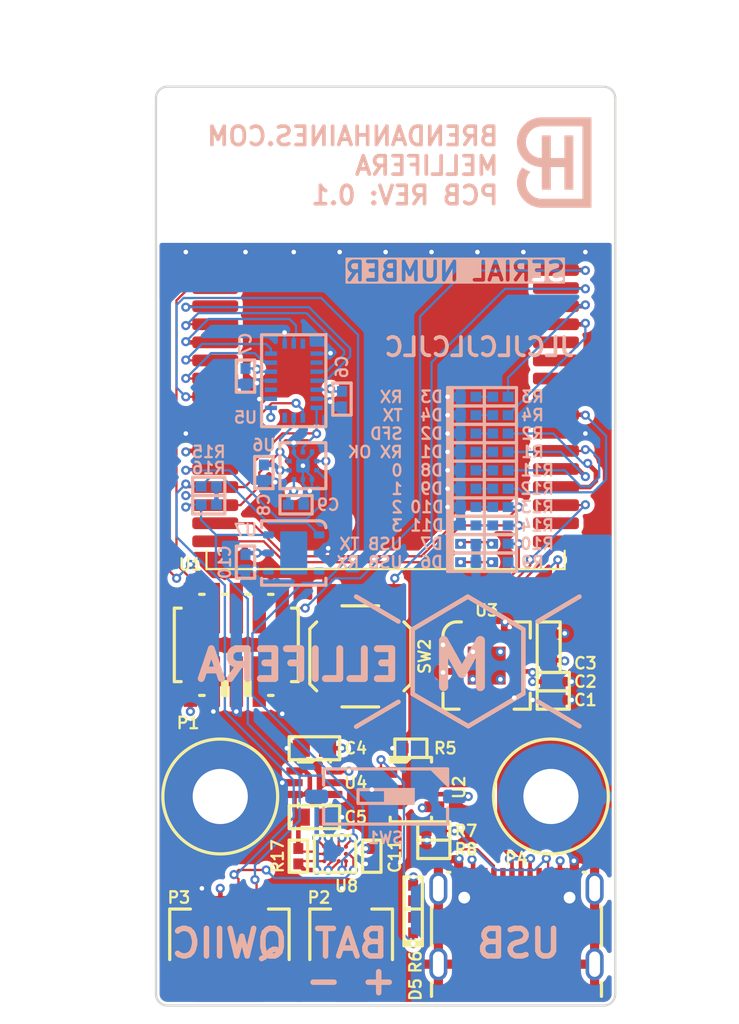
<source format=kicad_pcb>
(kicad_pcb (version 20221018) (generator pcbnew)

  (general
    (thickness 1.6)
  )

  (paper "USLetter")
  (title_block
    (title "${PROJECT_NAME}")
    (date "2022-09-27")
    (rev "${PCB_REVISION}")
    (company "Brendan Haines")
  )

  (layers
    (0 "F.Cu" signal)
    (1 "In1.Cu" signal)
    (2 "In2.Cu" signal)
    (31 "B.Cu" signal)
    (32 "B.Adhes" user "B.Adhesive")
    (33 "F.Adhes" user "F.Adhesive")
    (34 "B.Paste" user)
    (35 "F.Paste" user)
    (36 "B.SilkS" user "B.Silkscreen")
    (37 "F.SilkS" user "F.Silkscreen")
    (38 "B.Mask" user)
    (39 "F.Mask" user)
    (40 "Dwgs.User" user "User.Drawings")
    (41 "Cmts.User" user "User.Comments")
    (42 "Eco1.User" user "User.Eco1")
    (43 "Eco2.User" user "User.Eco2")
    (44 "Edge.Cuts" user)
    (45 "Margin" user)
    (46 "B.CrtYd" user "B.Courtyard")
    (47 "F.CrtYd" user "F.Courtyard")
    (48 "B.Fab" user)
    (49 "F.Fab" user)
    (50 "User.1" user)
    (51 "User.2" user)
    (52 "User.3" user)
    (53 "User.4" user)
    (54 "User.5" user)
    (55 "User.6" user)
    (56 "User.7" user)
    (57 "User.8" user)
    (58 "User.9" user)
  )

  (setup
    (stackup
      (layer "F.SilkS" (type "Top Silk Screen"))
      (layer "F.Paste" (type "Top Solder Paste"))
      (layer "F.Mask" (type "Top Solder Mask") (thickness 0.01))
      (layer "F.Cu" (type "copper") (thickness 0.035))
      (layer "dielectric 1" (type "core") (thickness 0.48) (material "FR4") (epsilon_r 4.5) (loss_tangent 0.02))
      (layer "In1.Cu" (type "copper") (thickness 0.035))
      (layer "dielectric 2" (type "prepreg") (thickness 0.48) (material "FR4") (epsilon_r 4.5) (loss_tangent 0.02))
      (layer "In2.Cu" (type "copper") (thickness 0.035))
      (layer "dielectric 3" (type "core") (thickness 0.48) (material "FR4") (epsilon_r 4.5) (loss_tangent 0.02))
      (layer "B.Cu" (type "copper") (thickness 0.035))
      (layer "B.Mask" (type "Bottom Solder Mask") (thickness 0.01))
      (layer "B.Paste" (type "Bottom Solder Paste"))
      (layer "B.SilkS" (type "Bottom Silk Screen"))
      (copper_finish "None")
      (dielectric_constraints no)
    )
    (pad_to_mask_clearance 0)
    (grid_origin 127 76.2)
    (pcbplotparams
      (layerselection 0x00010fc_ffffffff)
      (plot_on_all_layers_selection 0x0000000_00000000)
      (disableapertmacros false)
      (usegerberextensions false)
      (usegerberattributes true)
      (usegerberadvancedattributes true)
      (creategerberjobfile true)
      (dashed_line_dash_ratio 12.000000)
      (dashed_line_gap_ratio 3.000000)
      (svgprecision 4)
      (plotframeref false)
      (viasonmask false)
      (mode 1)
      (useauxorigin false)
      (hpglpennumber 1)
      (hpglpenspeed 20)
      (hpglpendiameter 15.000000)
      (dxfpolygonmode true)
      (dxfimperialunits true)
      (dxfusepcbnewfont true)
      (psnegative false)
      (psa4output false)
      (plotreference true)
      (plotvalue true)
      (plotinvisibletext false)
      (sketchpadsonfab false)
      (subtractmaskfromsilk false)
      (outputformat 1)
      (mirror false)
      (drillshape 1)
      (scaleselection 1)
      (outputdirectory "")
    )
  )

  (property "PCB_REVISION" "0.1")
  (property "PROJECT_NAME" "MELLIFERA")

  (net 0 "")
  (net 1 "Net-(D1-PadA)")
  (net 2 "GND")
  (net 3 "Net-(D2-PadA)")
  (net 4 "Net-(D3-PadA)")
  (net 5 "Net-(D4-PadA)")
  (net 6 "/SWDIO")
  (net 7 "/SWCLK")
  (net 8 "unconnected-(P1-SWO{slash}TDO)")
  (net 9 "unconnected-(P1-NC{slash}TDI)")
  (net 10 "/N_RESET")
  (net 11 "/RX_OK_LED")
  (net 12 "/SFD_LED")
  (net 13 "/RX_LED")
  (net 14 "/TX_LED")
  (net 15 "unconnected-(U1-VCCIO_TP)")
  (net 16 "unconnected-(U1-READY)")
  (net 17 "unconnected-(U1-SPIS_MISO)")
  (net 18 "unconnected-(U1-SPIS_MOSI)")
  (net 19 "unconnected-(U1-SPIS_CLK)")
  (net 20 "unconnected-(U1-SPIS_CSn)")
  (net 21 "Net-(D5-PadA)")
  (net 22 "Net-(U2-STAT)")
  (net 23 "Net-(U2-PROG)")
  (net 24 "/USB_VBUS")
  (net 25 "/VBAT")
  (net 26 "/RX")
  (net 27 "/TX")
  (net 28 "Net-(U3-CBUS1)")
  (net 29 "Net-(U3-CBUS2)")
  (net 30 "unconnected-(U3-~{CTS})")
  (net 31 "unconnected-(U3-CBUS0)")
  (net 32 "unconnected-(U3-CBUS3)")
  (net 33 "unconnected-(U3-~{RTS})")
  (net 34 "/SDA")
  (net 35 "/SCL")
  (net 36 "Net-(D8-PadA)")
  (net 37 "Net-(D9-PadA)")
  (net 38 "Net-(D10-PadA)")
  (net 39 "Net-(D11-PadA)")
  (net 40 "/LED0")
  (net 41 "/LED1")
  (net 42 "/LED2")
  (net 43 "/LED3")
  (net 44 "VDC_3V3")
  (net 45 "unconnected-(U4-NC)")
  (net 46 "/FTDI/VDC_3V3_USB")
  (net 47 "/FTDI/N_LED_RX")
  (net 48 "/FTDI/N_LED_TX")
  (net 49 "/N_BUTTON")
  (net 50 "/INT5")
  (net 51 "/INT4")
  (net 52 "/INT1")
  (net 53 "/INT3")
  (net 54 "/INT2")
  (net 55 "/INT_DRDY")
  (net 56 "/INT_BARO")
  (net 57 "/USB_D_P")
  (net 58 "/USB_D_N")
  (net 59 "unconnected-(U5-CSB2)")
  (net 60 "unconnected-(U5-NC)")
  (net 61 "unconnected-(U5-CSB1)")
  (net 62 "unconnected-(U5-NC)_1")
  (net 63 "Net-(P4-CC1)")
  (net 64 "unconnected-(P4-SBU1)")
  (net 65 "Net-(P4-CC2)")
  (net 66 "unconnected-(P4-SBU2)")
  (net 67 "unconnected-(U7-PAD)")
  (net 68 "unconnected-(U7-NC)_1")
  (net 69 "unconnected-(U7-NC)")
  (net 70 "unconnected-(U8-NC)_1")
  (net 71 "unconnected-(U8-NC)")
  (net 72 "Net-(#FLG0102-pwr)")
  (net 73 "Net-(SW1-B)")
  (net 74 "/INT_POW")
  (net 75 "Net-(U8-IN-)")
  (net 76 "Net-(U8-IN+)")

  (footprint "common:C0603" (layer "F.Cu") (at 136.017 98.552 90))

  (footprint "common:TIE_5X5" (layer "F.Cu") (at 122.809 110.382 180))

  (footprint "common:R0402" (layer "F.Cu") (at 129.667 109.728 180))

  (footprint "common:MH120X230_#4" (layer "F.Cu") (at 117.856 106.807))

  (footprint "common:TIE_5X5" (layer "F.Cu") (at 122.809 109.855 180))

  (footprint "jst:SM02B-SRSS-TB" (layer "F.Cu") (at 125.095 117.856 90))

  (footprint "common:DWM1001C" (layer "F.Cu") (at 127 76.2))

  (footprint "common:BGA40P165X139X63-12-TI_YFF" (layer "F.Cu") (at 124.206 109.982 -90))

  (footprint "common:MC-311D" (layer "F.Cu") (at 134.239 116.078))

  (footprint "common:SOT-23-5" (layer "F.Cu") (at 128.397 106.426))

  (footprint "common:C0603" (layer "F.Cu") (at 123.063 107.95))

  (footprint "common:R0402" (layer "F.Cu") (at 128.397 104.14 180))

  (footprint "common:QFN65P400X400X80-16P_FT230XQ" (layer "F.Cu") (at 132.588 99.568))

  (footprint "common:C0402" (layer "F.Cu") (at 136.271 100.457))

  (footprint "common:C0603" (layer "F.Cu") (at 123.063 104.14 180))

  (footprint "common:R0402" (layer "F.Cu") (at 129.667 108.712 180))

  (footprint "common:MH120X230_#4" (layer "F.Cu") (at 136.144 106.807))

  (footprint "common:R0402" (layer "F.Cu") (at 128.524 112.141 -90))

  (footprint "common:R0402" (layer "F.Cu") (at 122.174 110.109 90))

  (footprint "common:C0402" (layer "F.Cu") (at 136.271 101.473))

  (footprint "common:C0402" (layer "F.Cu") (at 126.238 110.109 -90))

  (footprint "common:LED0402" (layer "F.Cu") (at 128.524 113.919 90))

  (footprint "common:SOT-353" (layer "F.Cu") (at 123.063 106.045))

  (footprint "jst:SM04B-SRSS-TB" (layer "F.Cu") (at 118.364 117.856 90))

  (footprint "common:PinHeader_2x05_P1.27mm_Vertical-Samtec_FTSH-105-01-F-DV-K" (layer "F.Cu") (at 118.745 98.425 90))

  (footprint "common:SPST_SKQG" (layer "F.Cu") (at 125.603 99.06 -90))

  (footprint "common:R0402" (layer "B.Cu") (at 133.35 87.757 180))

  (footprint "common:R0402" (layer "B.Cu") (at 133.35 85.725 180))

  (footprint "common:LED0402" (layer "B.Cu") (at 131.572 88.773))

  (footprint "common:LED0402" (layer "B.Cu") (at 131.572 86.741))

  (footprint "common:C0402" (layer "B.Cu") (at 124.587 84.836 -90))

  (footprint "common:LED0402" (layer "B.Cu") (at 131.572 91.821))

  (footprint "common:LGA20-BMX055" (layer "B.Cu") (at 121.92 83.82 180))

  (footprint "common:LED0402" (layer "B.Cu") (at 131.572 90.805))

  (footprint "common:LED0402" (layer "B.Cu") (at 131.572 89.789))

  (footprint "common:R0402" (layer "B.Cu") (at 133.35 88.773 180))

  (footprint "common:LED0402" (layer "B.Cu") (at 131.572 92.837))

  (footprint "common:R0402" (layer "B.Cu") (at 133.35 91.821 180))

  (footprint "common:LED0402" (layer "B.Cu") (at 131.572 87.757))

  (footprint "common:C0402" (layer "B.Cu") (at 120.269 88.9 -90))

  (footprint "common:R0402" (layer "B.Cu") (at 133.35 90.805 180))

  (footprint "common:R0402" (layer "B.Cu") (at 133.35 84.709 180))

  (footprint "common:TDA01H0SB1" (layer "B.Cu") (at 127 106.807 180))

  (footprint "common:R0402" (layer "B.Cu") (at 133.35 93.853 180))

  (footprint "common:LED0402" (layer "B.Cu") (at 131.572 84.709))

  (footprint "common:LED0402" (layer "B.Cu") (at 131.572 93.853))

  (footprint "common:R0402" (layer "B.Cu") (at 133.35 86.741 180))

  (footprint "common:C0402" (layer "B.Cu") (at 122.047 90.678))

  (footprint "common:LED0402" (layer "B.Cu") (at 131.572 85.725))

  (footprint "common:C0402" (layer "B.Cu") (at 119.253 93.853 -90))

  (footprint "common:LGA10-BMP388" (layer "B.Cu") (at 122.428 88.519))

  (footprint "common:R0402" (layer "B.Cu") (at 117.221 89.662 180))

  (footprint "common:R0402" (layer "B.Cu") (at 117.221 90.678 180))

  (footprint "common:HDC1080DMBR" (layer "B.Cu")
    (tstamp df8e5975-7741-4127-99f0-056647cf0b33)
    (at 121.92 93.345 180)
    (property "Manufacturer" "Texas Instruments")
    (property "ManufacturerPartNumber" "HDC1080DMBR")
    (property "Sheetfile" "mellifera.kicad_sch")
    (property "Sheetname" "")
    (property "ki_description" "Sensor, Temperature/Humidity, I2C")
    (path "/6fe5e11d-b660-4afa-b33f-a024e524c2c2")
    (attr smd)
    (fp_text reference "U7" (at 2.667 1.27) (layer "B.SilkS")
        (effects (font (size 0.635 0.635) (thickness 0.127)) (justify mirror))
      (tstamp fb663c65-b7a1-4d50-9d8b-13d47531b6bd)
    )
    (fp_text value "~" (at 0 -0.889) (layer "B.Fab") hide
        (effects (font (size 0.635 0.635) (thickness 0.127)) (justify mirror))
      (tstamp 5c43a8fc-bbe8-47c7-9be7-cf5261d48db5)
    )
    (fp_text user "${REFERENCE}" (at 0 0.762) (layer "B.Fab")
        (effects (font (size 0.635 0.635) (thickness 0.127)) (justify mirror))
      (tstamp 43404b56-ed23-437f-99a6-0f1b22910f6e)
    )
    (fp_line (start -1.778 -1.778) (end 1.778 -1.778)
      (stroke (width 0.1778) (type default)) (layer "B.SilkS") (tstamp 209febe3-b507-4990-817b-fe204eb72bed))
    (fp_line (start -1.778 -1.397) (end -1.778 -1.778)
      (stroke (width 0.1778) (type default)) (layer "B.SilkS") (tstamp 02edaa39-32de-4766-af90-ba07d6ca62ba))
    (fp_line (start 1.778 -1.778) (end 1.778 -1.397)
      (stroke (width 0.1778) (type default)) (layer "B.SilkS") (tstamp cf3441ce-ab2d-4ad4-a49e-195be60362d7))
    (fp_line (start 1.778 1.397) (end 1.778 1.778)
      (stroke (width 0.1778) (type default)) (layer "B.SilkS") (tstamp 9a34bf27-1bfb-42a3-9774-8859a9bc1fc2))
    (fp_line (start 1.778 1.778) (end -1.397 1.778)
      (stroke (width 0.1778) (type default)) (layer "B.SilkS") (tstamp eab56394-1204-47f6-9dd6-e4aa3ee5fa57))
    (fp_arc (start -1.397 1.778) (mid -1.666408 1.666408) (end -1.778 1.397)
      (stroke (width 0.1778) (type default)) (layer "B.SilkS") (tstamp 4f314e06-e788-4cbd-b7f8-a7d84607e2d1))
    (fp_rect (start -1.5 1.5) (end 1.5 -1.5)
      (stroke (width 0.127) (type default)) (fill none) (layer "B.Fab") (tstamp 4d44b026-c073-4689-95c0-e9051d9d13c9))
    (fp_rect (start -0.6 0.2) (end 0.6 -1.1)
      (stroke (width 0.127) (type default)) (fill none) (layer "B.Fab") (tstamp de521404-ea8c-4d76-95c4-8c47229a354d))
    (pad "0" smd roundrect 
... [905318 chars truncated]
</source>
